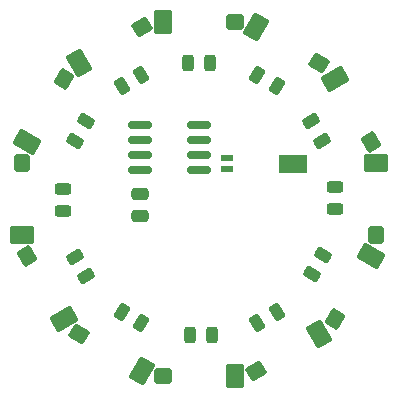
<source format=gbr>
%TF.GenerationSoftware,KiCad,Pcbnew,8.0.7*%
%TF.CreationDate,2025-01-14T01:45:44+02:00*%
%TF.ProjectId,LumiTimeV2,4c756d69-5469-46d6-9556-322e6b696361,rev?*%
%TF.SameCoordinates,Original*%
%TF.FileFunction,Soldermask,Top*%
%TF.FilePolarity,Negative*%
%FSLAX46Y46*%
G04 Gerber Fmt 4.6, Leading zero omitted, Abs format (unit mm)*
G04 Created by KiCad (PCBNEW 8.0.7) date 2025-01-14 01:45:44*
%MOMM*%
%LPD*%
G01*
G04 APERTURE LIST*
G04 Aperture macros list*
%AMRoundRect*
0 Rectangle with rounded corners*
0 $1 Rounding radius*
0 $2 $3 $4 $5 $6 $7 $8 $9 X,Y pos of 4 corners*
0 Add a 4 corners polygon primitive as box body*
4,1,4,$2,$3,$4,$5,$6,$7,$8,$9,$2,$3,0*
0 Add four circle primitives for the rounded corners*
1,1,$1+$1,$2,$3*
1,1,$1+$1,$4,$5*
1,1,$1+$1,$6,$7*
1,1,$1+$1,$8,$9*
0 Add four rect primitives between the rounded corners*
20,1,$1+$1,$2,$3,$4,$5,0*
20,1,$1+$1,$4,$5,$6,$7,0*
20,1,$1+$1,$6,$7,$8,$9,0*
20,1,$1+$1,$8,$9,$2,$3,0*%
G04 Aperture macros list end*
%ADD10RoundRect,0.187500X0.562500X0.862500X-0.562500X0.862500X-0.562500X-0.862500X0.562500X-0.862500X0*%
%ADD11RoundRect,0.162500X0.587500X0.487500X-0.587500X0.487500X-0.587500X-0.487500X0.587500X-0.487500X0*%
%ADD12RoundRect,0.175000X0.525000X0.825000X-0.525000X0.825000X-0.525000X-0.825000X0.525000X-0.825000X0*%
%ADD13RoundRect,0.150000X0.525000X0.450000X-0.525000X0.450000X-0.525000X-0.450000X0.525000X-0.450000X0*%
%ADD14RoundRect,0.243750X-0.516999X-0.017031X-0.273249X-0.439219X0.516999X0.017031X0.273249X0.439219X0*%
%ADD15RoundRect,0.150000X0.825000X0.150000X-0.825000X0.150000X-0.825000X-0.150000X0.825000X-0.150000X0*%
%ADD16RoundRect,0.243750X-0.017031X0.516999X-0.439219X0.273249X0.017031X-0.516999X0.439219X-0.273249X0*%
%ADD17RoundRect,0.243750X-0.439219X-0.273249X-0.017031X-0.516999X0.439219X0.273249X0.017031X0.516999X0*%
%ADD18RoundRect,0.187500X0.918389X0.465697X-0.055889X1.028197X-0.918389X-0.465697X0.055889X-1.028197X0*%
%ADD19RoundRect,0.162500X0.752540X0.128437X-0.265040X0.715937X-0.752540X-0.128437X0.265040X-0.715937X0*%
%ADD20RoundRect,0.168750X0.854050X0.466759X-0.022800X0.973009X-0.854050X-0.466759X0.022800X-0.973009X0*%
%ADD21RoundRect,0.150000X0.701314X0.114711X-0.251314X0.664711X-0.701314X-0.114711X0.251314X-0.664711X0*%
%ADD22RoundRect,0.187500X-1.028197X0.055889X-0.465697X-0.918389X1.028197X-0.055889X0.465697X0.918389X0*%
%ADD23RoundRect,0.162500X-0.715937X0.265040X-0.128437X-0.752540X0.715937X-0.265040X0.128437X0.752540X0*%
%ADD24RoundRect,0.175000X-0.976971X0.042163X-0.451971X-0.867163X0.976971X-0.042163X0.451971X0.867163X0*%
%ADD25RoundRect,0.150000X-0.664711X0.251314X-0.114711X-0.701314X0.664711X-0.251314X0.114711X0.701314X0*%
%ADD26RoundRect,0.187500X-0.918389X-0.465697X0.055889X-1.028197X0.918389X0.465697X-0.055889X1.028197X0*%
%ADD27RoundRect,0.162500X-0.752540X-0.128437X0.265040X-0.715937X0.752540X0.128437X-0.265040X0.715937X0*%
%ADD28RoundRect,0.175000X-0.867163X-0.451971X0.042163X-0.976971X0.867163X0.451971X-0.042163X0.976971X0*%
%ADD29RoundRect,0.150000X-0.701314X-0.114711X0.251314X-0.664711X0.701314X0.114711X-0.251314X0.664711X0*%
%ADD30RoundRect,0.243750X-0.456250X0.243750X-0.456250X-0.243750X0.456250X-0.243750X0.456250X0.243750X0*%
%ADD31RoundRect,0.243750X0.273249X-0.439219X0.516999X-0.017031X-0.273249X0.439219X-0.516999X0.017031X0*%
%ADD32RoundRect,0.243750X0.516999X0.017031X0.273249X0.439219X-0.516999X-0.017031X-0.273249X-0.439219X0*%
%ADD33RoundRect,0.187500X0.862500X-0.562500X0.862500X0.562500X-0.862500X0.562500X-0.862500X-0.562500X0*%
%ADD34RoundRect,0.162500X0.487500X-0.587500X0.487500X0.587500X-0.487500X0.587500X-0.487500X-0.587500X0*%
%ADD35RoundRect,0.175000X0.825000X-0.525000X0.825000X0.525000X-0.825000X0.525000X-0.825000X-0.525000X0*%
%ADD36RoundRect,0.150000X0.450000X-0.550000X0.450000X0.550000X-0.450000X0.550000X-0.450000X-0.550000X0*%
%ADD37RoundRect,0.243750X-0.273249X0.439219X-0.516999X0.017031X0.273249X-0.439219X0.516999X-0.017031X0*%
%ADD38RoundRect,0.243750X0.439219X0.273249X0.017031X0.516999X-0.439219X-0.273249X-0.017031X-0.516999X0*%
%ADD39RoundRect,0.187500X1.028197X-0.055889X0.465697X0.918389X-1.028197X0.055889X-0.465697X-0.918389X0*%
%ADD40RoundRect,0.162500X0.715937X-0.265040X0.128437X0.752540X-0.715937X0.265040X-0.128437X-0.752540X0*%
%ADD41RoundRect,0.175000X0.976971X-0.042163X0.451971X0.867163X-0.976971X0.042163X-0.451971X-0.867163X0*%
%ADD42RoundRect,0.150000X0.664711X-0.251314X0.114711X0.701314X-0.664711X0.251314X-0.114711X-0.701314X0*%
%ADD43R,1.100000X0.600000*%
%ADD44R,2.400000X1.500000*%
%ADD45RoundRect,0.250000X-0.475000X0.250000X-0.475000X-0.250000X0.475000X-0.250000X0.475000X0.250000X0*%
%ADD46RoundRect,0.243750X-0.243750X-0.456250X0.243750X-0.456250X0.243750X0.456250X-0.243750X0.456250X0*%
%ADD47RoundRect,0.243750X0.017031X-0.516999X0.439219X-0.273249X-0.017031X0.516999X-0.439219X0.273249X0*%
%ADD48RoundRect,0.187500X-0.465697X0.918389X-1.028197X-0.055889X0.465697X-0.918389X1.028197X0.055889X0*%
%ADD49RoundRect,0.162500X-0.128437X0.752540X-0.715937X-0.265040X0.128437X-0.752540X0.715937X0.265040X0*%
%ADD50RoundRect,0.175000X-0.451971X0.867163X-0.976971X-0.042163X0.451971X-0.867163X0.976971X0.042163X0*%
%ADD51RoundRect,0.150000X-0.114711X0.701314X-0.664711X-0.251314X0.114711X-0.701314X0.664711X0.251314X0*%
%ADD52RoundRect,0.187500X0.465697X-0.918389X1.028197X0.055889X-0.465697X0.918389X-1.028197X-0.055889X0*%
%ADD53RoundRect,0.162500X0.128437X-0.752540X0.715937X0.265040X-0.128437X0.752540X-0.715937X-0.265040X0*%
%ADD54RoundRect,0.175000X0.451971X-0.867163X0.976971X0.042163X-0.451971X0.867163X-0.976971X-0.042163X0*%
%ADD55RoundRect,0.150000X0.114711X-0.701314X0.664711X0.251314X-0.114711X0.701314X-0.664711X-0.251314X0*%
%ADD56RoundRect,0.187500X-0.055889X-1.028197X0.918389X-0.465697X0.055889X1.028197X-0.918389X0.465697X0*%
%ADD57RoundRect,0.162500X-0.265040X-0.715937X0.752540X-0.128437X0.265040X0.715937X-0.752540X0.128437X0*%
%ADD58RoundRect,0.175000X-0.042163X-0.976971X0.867163X-0.451971X0.042163X0.976971X-0.867163X0.451971X0*%
%ADD59RoundRect,0.150000X-0.251314X-0.664711X0.701314X-0.114711X0.251314X0.664711X-0.701314X0.114711X0*%
%ADD60RoundRect,0.187500X0.055889X1.028197X-0.918389X0.465697X-0.055889X-1.028197X0.918389X-0.465697X0*%
%ADD61RoundRect,0.162500X0.265040X0.715937X-0.752540X0.128437X-0.265040X-0.715937X0.752540X-0.128437X0*%
%ADD62RoundRect,0.175000X0.042163X0.976971X-0.867163X0.451971X-0.042163X-0.976971X0.867163X-0.451971X0*%
%ADD63RoundRect,0.150000X0.251314X0.664711X-0.701314X0.114711X-0.251314X-0.664711X0.701314X-0.114711X0*%
%ADD64RoundRect,0.187500X-0.862500X0.562500X-0.862500X-0.562500X0.862500X-0.562500X0.862500X0.562500X0*%
%ADD65RoundRect,0.162500X-0.487500X0.587500X-0.487500X-0.587500X0.487500X-0.587500X0.487500X0.587500X0*%
%ADD66RoundRect,0.175000X-0.825000X0.525000X-0.825000X-0.525000X0.825000X-0.525000X0.825000X0.525000X0*%
%ADD67RoundRect,0.150000X-0.450000X0.550000X-0.450000X-0.550000X0.450000X-0.550000X0.450000X0.550000X0*%
%ADD68RoundRect,0.187500X-0.562500X-0.862500X0.562500X-0.862500X0.562500X0.862500X-0.562500X0.862500X0*%
%ADD69RoundRect,0.162500X-0.587500X-0.487500X0.587500X-0.487500X0.587500X0.487500X-0.587500X0.487500X0*%
%ADD70RoundRect,0.175000X-0.525000X-0.825000X0.525000X-0.825000X0.525000X0.825000X-0.525000X0.825000X0*%
%ADD71RoundRect,0.150000X-0.550000X-0.450000X0.550000X-0.450000X0.550000X0.450000X-0.550000X0.450000X0*%
%ADD72RoundRect,0.243750X0.243750X0.456250X-0.243750X0.456250X-0.243750X-0.456250X0.243750X-0.456250X0*%
%ADD73RoundRect,0.243750X0.456250X-0.243750X0.456250X0.243750X-0.456250X0.243750X-0.456250X-0.243750X0*%
G04 APERTURE END LIST*
D10*
%TO.C,PV12*%
X146950000Y-85000000D03*
D11*
X153050000Y-85000000D03*
D12*
X146950000Y-85000000D03*
D13*
X153050000Y-85000000D03*
%TD*%
D14*
%TO.C,D2*%
X159500000Y-93438101D03*
X160437500Y-95061899D03*
%TD*%
D15*
%TO.C,U2*%
X149975000Y-97560000D03*
X149975000Y-96290000D03*
X149975000Y-95020000D03*
X149975000Y-93750000D03*
X145025000Y-93750000D03*
X145025000Y-95020000D03*
X145025000Y-96290000D03*
X145025000Y-97560000D03*
%TD*%
D16*
%TO.C,D5*%
X156561899Y-109531250D03*
X154938101Y-110468750D03*
%TD*%
D17*
%TO.C,D1*%
X154938101Y-89531250D03*
X156561899Y-90468750D03*
%TD*%
D18*
%TO.C,PV1*%
X154858622Y-85474999D03*
D19*
X160141378Y-88525001D03*
D20*
X154858622Y-85474999D03*
D21*
X160141378Y-88525001D03*
%TD*%
D22*
%TO.C,PV8*%
X138524999Y-110141377D03*
D23*
X135475001Y-104858623D03*
D24*
X138524999Y-110141377D03*
D25*
X135475001Y-104858623D03*
%TD*%
D26*
%TO.C,PV7*%
X145141377Y-114525000D03*
D27*
X139858623Y-111475000D03*
D28*
X145141377Y-114525000D03*
D29*
X139858623Y-111475000D03*
%TD*%
D30*
%TO.C,D3*%
X161500000Y-99000000D03*
X161500000Y-100875000D03*
%TD*%
D31*
%TO.C,D10*%
X139531250Y-95061899D03*
X140468750Y-93438101D03*
%TD*%
D32*
%TO.C,D8*%
X140468750Y-106561899D03*
X139531250Y-104938101D03*
%TD*%
D33*
%TO.C,PV3*%
X165000000Y-96950000D03*
D34*
X165000000Y-103050000D03*
D35*
X165000000Y-96950000D03*
D36*
X165000000Y-103050000D03*
%TD*%
D37*
%TO.C,D4*%
X160500000Y-104750000D03*
X159562500Y-106373798D03*
%TD*%
D38*
%TO.C,D7*%
X145061899Y-110468750D03*
X143438101Y-109531250D03*
%TD*%
D39*
%TO.C,PV2*%
X161474999Y-89858622D03*
D40*
X164525001Y-95141378D03*
D41*
X161474999Y-89858622D03*
D42*
X164525001Y-95141378D03*
%TD*%
D43*
%TO.C,Y1*%
X152375000Y-97500000D03*
X152375000Y-96500000D03*
D44*
X157975000Y-97000000D03*
%TD*%
D45*
%TO.C,C5*%
X145000000Y-99550000D03*
X145000000Y-101450000D03*
%TD*%
D46*
%TO.C,D12*%
X149062500Y-88500000D03*
X150937500Y-88500000D03*
%TD*%
D47*
%TO.C,D11*%
X143438101Y-90468750D03*
X145061899Y-89531250D03*
%TD*%
D48*
%TO.C,PV10*%
X135475000Y-95141377D03*
D49*
X138525000Y-89858623D03*
D50*
X135475000Y-95141377D03*
D51*
X138525000Y-89858623D03*
%TD*%
D52*
%TO.C,PV4*%
X164525000Y-104858623D03*
D53*
X161475000Y-110141377D03*
D54*
X164525000Y-104858623D03*
D55*
X161475000Y-110141377D03*
%TD*%
D56*
%TO.C,PV5*%
X160141377Y-111475000D03*
D57*
X154858623Y-114525000D03*
D58*
X160141377Y-111475000D03*
D59*
X154858623Y-114525000D03*
%TD*%
D60*
%TO.C,PV11*%
X139858623Y-88525000D03*
D61*
X145141377Y-85475000D03*
D62*
X139858623Y-88525000D03*
D63*
X145141377Y-85475000D03*
%TD*%
D64*
%TO.C,PV9*%
X135000000Y-103050000D03*
D65*
X135000000Y-96950000D03*
D66*
X135000000Y-103050000D03*
D67*
X135000000Y-96950000D03*
%TD*%
D68*
%TO.C,PV6*%
X153050000Y-115000000D03*
D69*
X146950000Y-115000000D03*
D70*
X153050000Y-115000000D03*
D71*
X146950000Y-115000000D03*
%TD*%
D72*
%TO.C,D6*%
X151125000Y-111500000D03*
X149250000Y-111500000D03*
%TD*%
D73*
%TO.C,D9*%
X138500000Y-101000000D03*
X138500000Y-99125000D03*
%TD*%
M02*

</source>
